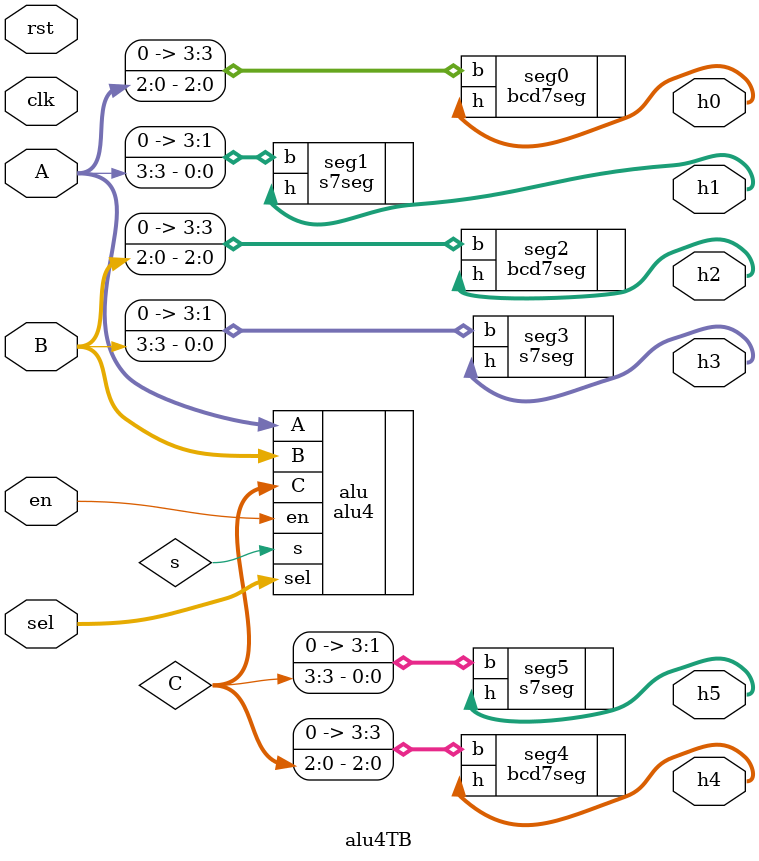
<source format=v>
module alu4TB(
    input                       clk,
    input                       rst,

    input           [2: 0]      sel,
    input                       en,
    input signed    [3: 0]      A,
    input signed    [3: 0]      B,

    output reg      [6: 0]      h0,
    output reg      [6: 0]      h1,
    output reg      [6: 0]      h2,
    output reg      [6: 0]      h3,
    output reg      [6: 0]      h4,
    output reg      [6: 0]      h5
);

    wire            [3: 0]      C;
    wire                        s;

    alu4 alu (
        .sel(sel),
        .en(en),
        .A(A),
        .B(B),
        .C(C),
        .s(s)
    );

    bcd7seg seg0(
        .b({1'b0, A[2:0]}),
        .h(          h0 )
    );
    s7seg seg1(
        .b({3'b000, A[3]}),
        .h(          h1 )
    );

    bcd7seg seg2(
        .b({1'b0, B[2:0]}),
        .h(          h2 )
    );
    s7seg seg3(
        .b({3'b000, B[3]}),
        .h(          h3 )
    );

    bcd7seg seg4(
        .b({1'b0, C[2:0]}),
        .h(          h4 )
    );
    s7seg seg5(
        .b({3'b000, C[3]}),
        .h(          h5 )
    );


endmodule

</source>
